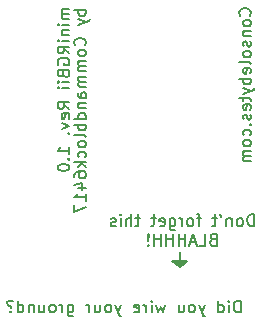
<source format=gbr>
G04 #@! TF.GenerationSoftware,KiCad,Pcbnew,(5.1.5-0-10_14)*
G04 #@! TF.CreationDate,2020-07-09T21:36:47+03:00*
G04 #@! TF.ProjectId,miniRGBii,6d696e69-5247-4426-9969-2e6b69636164,rev?*
G04 #@! TF.SameCoordinates,Original*
G04 #@! TF.FileFunction,Legend,Bot*
G04 #@! TF.FilePolarity,Positive*
%FSLAX46Y46*%
G04 Gerber Fmt 4.6, Leading zero omitted, Abs format (unit mm)*
G04 Created by KiCad (PCBNEW (5.1.5-0-10_14)) date 2020-07-09 21:36:47*
%MOMM*%
%LPD*%
G04 APERTURE LIST*
%ADD10C,0.150000*%
%ADD11C,0.100000*%
G04 APERTURE END LIST*
D10*
X23065619Y-19312380D02*
X23065619Y-18312380D01*
X22827523Y-18312380D01*
X22684666Y-18360000D01*
X22589428Y-18455238D01*
X22541809Y-18550476D01*
X22494190Y-18740952D01*
X22494190Y-18883809D01*
X22541809Y-19074285D01*
X22589428Y-19169523D01*
X22684666Y-19264761D01*
X22827523Y-19312380D01*
X23065619Y-19312380D01*
X21922761Y-19312380D02*
X22018000Y-19264761D01*
X22065619Y-19217142D01*
X22113238Y-19121904D01*
X22113238Y-18836190D01*
X22065619Y-18740952D01*
X22018000Y-18693333D01*
X21922761Y-18645714D01*
X21779904Y-18645714D01*
X21684666Y-18693333D01*
X21637047Y-18740952D01*
X21589428Y-18836190D01*
X21589428Y-19121904D01*
X21637047Y-19217142D01*
X21684666Y-19264761D01*
X21779904Y-19312380D01*
X21922761Y-19312380D01*
X21160857Y-18645714D02*
X21160857Y-19312380D01*
X21160857Y-18740952D02*
X21113238Y-18693333D01*
X21018000Y-18645714D01*
X20875142Y-18645714D01*
X20779904Y-18693333D01*
X20732285Y-18788571D01*
X20732285Y-19312380D01*
X20208476Y-18312380D02*
X20208476Y-18360000D01*
X20256095Y-18455238D01*
X20303714Y-18502857D01*
X19922761Y-18645714D02*
X19541809Y-18645714D01*
X19779904Y-18312380D02*
X19779904Y-19169523D01*
X19732285Y-19264761D01*
X19637047Y-19312380D01*
X19541809Y-19312380D01*
X18589428Y-18645714D02*
X18208476Y-18645714D01*
X18446571Y-19312380D02*
X18446571Y-18455238D01*
X18398952Y-18360000D01*
X18303714Y-18312380D01*
X18208476Y-18312380D01*
X17732285Y-19312380D02*
X17827523Y-19264761D01*
X17875142Y-19217142D01*
X17922761Y-19121904D01*
X17922761Y-18836190D01*
X17875142Y-18740952D01*
X17827523Y-18693333D01*
X17732285Y-18645714D01*
X17589428Y-18645714D01*
X17494190Y-18693333D01*
X17446571Y-18740952D01*
X17398952Y-18836190D01*
X17398952Y-19121904D01*
X17446571Y-19217142D01*
X17494190Y-19264761D01*
X17589428Y-19312380D01*
X17732285Y-19312380D01*
X16970380Y-19312380D02*
X16970380Y-18645714D01*
X16970380Y-18836190D02*
X16922761Y-18740952D01*
X16875142Y-18693333D01*
X16779904Y-18645714D01*
X16684666Y-18645714D01*
X15922761Y-18645714D02*
X15922761Y-19455238D01*
X15970380Y-19550476D01*
X16018000Y-19598095D01*
X16113238Y-19645714D01*
X16256095Y-19645714D01*
X16351333Y-19598095D01*
X15922761Y-19264761D02*
X16018000Y-19312380D01*
X16208476Y-19312380D01*
X16303714Y-19264761D01*
X16351333Y-19217142D01*
X16398952Y-19121904D01*
X16398952Y-18836190D01*
X16351333Y-18740952D01*
X16303714Y-18693333D01*
X16208476Y-18645714D01*
X16018000Y-18645714D01*
X15922761Y-18693333D01*
X15065619Y-19264761D02*
X15160857Y-19312380D01*
X15351333Y-19312380D01*
X15446571Y-19264761D01*
X15494190Y-19169523D01*
X15494190Y-18788571D01*
X15446571Y-18693333D01*
X15351333Y-18645714D01*
X15160857Y-18645714D01*
X15065619Y-18693333D01*
X15018000Y-18788571D01*
X15018000Y-18883809D01*
X15494190Y-18979047D01*
X14732285Y-18645714D02*
X14351333Y-18645714D01*
X14589428Y-18312380D02*
X14589428Y-19169523D01*
X14541809Y-19264761D01*
X14446571Y-19312380D01*
X14351333Y-19312380D01*
X13398952Y-18645714D02*
X13018000Y-18645714D01*
X13256095Y-18312380D02*
X13256095Y-19169523D01*
X13208476Y-19264761D01*
X13113238Y-19312380D01*
X13018000Y-19312380D01*
X12684666Y-19312380D02*
X12684666Y-18312380D01*
X12256095Y-19312380D02*
X12256095Y-18788571D01*
X12303714Y-18693333D01*
X12398952Y-18645714D01*
X12541809Y-18645714D01*
X12637047Y-18693333D01*
X12684666Y-18740952D01*
X11779904Y-19312380D02*
X11779904Y-18645714D01*
X11779904Y-18312380D02*
X11827523Y-18360000D01*
X11779904Y-18407619D01*
X11732285Y-18360000D01*
X11779904Y-18312380D01*
X11779904Y-18407619D01*
X11351333Y-19264761D02*
X11256095Y-19312380D01*
X11065619Y-19312380D01*
X10970380Y-19264761D01*
X10922761Y-19169523D01*
X10922761Y-19121904D01*
X10970380Y-19026666D01*
X11065619Y-18979047D01*
X11208476Y-18979047D01*
X11303714Y-18931428D01*
X11351333Y-18836190D01*
X11351333Y-18788571D01*
X11303714Y-18693333D01*
X11208476Y-18645714D01*
X11065619Y-18645714D01*
X10970380Y-18693333D01*
X19589428Y-20438571D02*
X19446571Y-20486190D01*
X19398952Y-20533809D01*
X19351333Y-20629047D01*
X19351333Y-20771904D01*
X19398952Y-20867142D01*
X19446571Y-20914761D01*
X19541809Y-20962380D01*
X19922761Y-20962380D01*
X19922761Y-19962380D01*
X19589428Y-19962380D01*
X19494190Y-20010000D01*
X19446571Y-20057619D01*
X19398952Y-20152857D01*
X19398952Y-20248095D01*
X19446571Y-20343333D01*
X19494190Y-20390952D01*
X19589428Y-20438571D01*
X19922761Y-20438571D01*
X18446571Y-20962380D02*
X18922761Y-20962380D01*
X18922761Y-19962380D01*
X18160857Y-20676666D02*
X17684666Y-20676666D01*
X18256095Y-20962380D02*
X17922761Y-19962380D01*
X17589428Y-20962380D01*
X17256095Y-20962380D02*
X17256095Y-19962380D01*
X17256095Y-20438571D02*
X16684666Y-20438571D01*
X16684666Y-20962380D02*
X16684666Y-19962380D01*
X16208476Y-20962380D02*
X16208476Y-19962380D01*
X16208476Y-20438571D02*
X15637047Y-20438571D01*
X15637047Y-20962380D02*
X15637047Y-19962380D01*
X15160857Y-20962380D02*
X15160857Y-19962380D01*
X15160857Y-20438571D02*
X14589428Y-20438571D01*
X14589428Y-20962380D02*
X14589428Y-19962380D01*
X14113238Y-20867142D02*
X14065619Y-20914761D01*
X14113238Y-20962380D01*
X14160857Y-20914761D01*
X14113238Y-20867142D01*
X14113238Y-20962380D01*
X14113238Y-20581428D02*
X14160857Y-20010000D01*
X14113238Y-19962380D01*
X14065619Y-20010000D01*
X14113238Y-20581428D01*
X14113238Y-19962380D01*
D11*
G36*
X16764000Y-22733000D02*
G01*
X16764000Y-22225000D01*
X17399000Y-22225000D01*
X16764000Y-22733000D01*
G37*
X16764000Y-22733000D02*
X16764000Y-22225000D01*
X17399000Y-22225000D01*
X16764000Y-22733000D01*
G36*
X16764000Y-22733000D02*
G01*
X16129000Y-22225000D01*
X16764000Y-22225000D01*
X16764000Y-22733000D01*
G37*
X16764000Y-22733000D02*
X16129000Y-22225000D01*
X16764000Y-22225000D01*
X16764000Y-22733000D01*
D10*
X16129000Y-22225000D02*
X16764000Y-22733000D01*
X17399000Y-22225000D02*
X16129000Y-22225000D01*
X16764000Y-22733000D02*
X17399000Y-22225000D01*
X16764000Y-21463000D02*
X16764000Y-22733000D01*
X22709142Y-1485047D02*
X22756761Y-1437428D01*
X22804380Y-1294571D01*
X22804380Y-1199333D01*
X22756761Y-1056476D01*
X22661523Y-961238D01*
X22566285Y-913619D01*
X22375809Y-866000D01*
X22232952Y-866000D01*
X22042476Y-913619D01*
X21947238Y-961238D01*
X21852000Y-1056476D01*
X21804380Y-1199333D01*
X21804380Y-1294571D01*
X21852000Y-1437428D01*
X21899619Y-1485047D01*
X22804380Y-2056476D02*
X22756761Y-1961238D01*
X22709142Y-1913619D01*
X22613904Y-1866000D01*
X22328190Y-1866000D01*
X22232952Y-1913619D01*
X22185333Y-1961238D01*
X22137714Y-2056476D01*
X22137714Y-2199333D01*
X22185333Y-2294571D01*
X22232952Y-2342190D01*
X22328190Y-2389809D01*
X22613904Y-2389809D01*
X22709142Y-2342190D01*
X22756761Y-2294571D01*
X22804380Y-2199333D01*
X22804380Y-2056476D01*
X22137714Y-2818380D02*
X22804380Y-2818380D01*
X22232952Y-2818380D02*
X22185333Y-2866000D01*
X22137714Y-2961238D01*
X22137714Y-3104095D01*
X22185333Y-3199333D01*
X22280571Y-3246952D01*
X22804380Y-3246952D01*
X22756761Y-3675523D02*
X22804380Y-3770761D01*
X22804380Y-3961238D01*
X22756761Y-4056476D01*
X22661523Y-4104095D01*
X22613904Y-4104095D01*
X22518666Y-4056476D01*
X22471047Y-3961238D01*
X22471047Y-3818380D01*
X22423428Y-3723142D01*
X22328190Y-3675523D01*
X22280571Y-3675523D01*
X22185333Y-3723142D01*
X22137714Y-3818380D01*
X22137714Y-3961238D01*
X22185333Y-4056476D01*
X22804380Y-4675523D02*
X22756761Y-4580285D01*
X22709142Y-4532666D01*
X22613904Y-4485047D01*
X22328190Y-4485047D01*
X22232952Y-4532666D01*
X22185333Y-4580285D01*
X22137714Y-4675523D01*
X22137714Y-4818380D01*
X22185333Y-4913619D01*
X22232952Y-4961238D01*
X22328190Y-5008857D01*
X22613904Y-5008857D01*
X22709142Y-4961238D01*
X22756761Y-4913619D01*
X22804380Y-4818380D01*
X22804380Y-4675523D01*
X22804380Y-5580285D02*
X22756761Y-5485047D01*
X22661523Y-5437428D01*
X21804380Y-5437428D01*
X22756761Y-6342190D02*
X22804380Y-6246952D01*
X22804380Y-6056476D01*
X22756761Y-5961238D01*
X22661523Y-5913619D01*
X22280571Y-5913619D01*
X22185333Y-5961238D01*
X22137714Y-6056476D01*
X22137714Y-6246952D01*
X22185333Y-6342190D01*
X22280571Y-6389809D01*
X22375809Y-6389809D01*
X22471047Y-5913619D01*
X22804380Y-6818380D02*
X21804380Y-6818380D01*
X22185333Y-6818380D02*
X22137714Y-6913619D01*
X22137714Y-7104095D01*
X22185333Y-7199333D01*
X22232952Y-7246952D01*
X22328190Y-7294571D01*
X22613904Y-7294571D01*
X22709142Y-7246952D01*
X22756761Y-7199333D01*
X22804380Y-7104095D01*
X22804380Y-6913619D01*
X22756761Y-6818380D01*
X22137714Y-7627904D02*
X22804380Y-7866000D01*
X22137714Y-8104095D02*
X22804380Y-7866000D01*
X23042476Y-7770761D01*
X23090095Y-7723142D01*
X23137714Y-7627904D01*
X22137714Y-8342190D02*
X22137714Y-8723142D01*
X21804380Y-8485047D02*
X22661523Y-8485047D01*
X22756761Y-8532666D01*
X22804380Y-8627904D01*
X22804380Y-8723142D01*
X22756761Y-9437428D02*
X22804380Y-9342190D01*
X22804380Y-9151714D01*
X22756761Y-9056476D01*
X22661523Y-9008857D01*
X22280571Y-9008857D01*
X22185333Y-9056476D01*
X22137714Y-9151714D01*
X22137714Y-9342190D01*
X22185333Y-9437428D01*
X22280571Y-9485047D01*
X22375809Y-9485047D01*
X22471047Y-9008857D01*
X22756761Y-9866000D02*
X22804380Y-9961238D01*
X22804380Y-10151714D01*
X22756761Y-10246952D01*
X22661523Y-10294571D01*
X22613904Y-10294571D01*
X22518666Y-10246952D01*
X22471047Y-10151714D01*
X22471047Y-10008857D01*
X22423428Y-9913619D01*
X22328190Y-9866000D01*
X22280571Y-9866000D01*
X22185333Y-9913619D01*
X22137714Y-10008857D01*
X22137714Y-10151714D01*
X22185333Y-10246952D01*
X22709142Y-10723142D02*
X22756761Y-10770761D01*
X22804380Y-10723142D01*
X22756761Y-10675523D01*
X22709142Y-10723142D01*
X22804380Y-10723142D01*
X22756761Y-11627904D02*
X22804380Y-11532666D01*
X22804380Y-11342190D01*
X22756761Y-11246952D01*
X22709142Y-11199333D01*
X22613904Y-11151714D01*
X22328190Y-11151714D01*
X22232952Y-11199333D01*
X22185333Y-11246952D01*
X22137714Y-11342190D01*
X22137714Y-11532666D01*
X22185333Y-11627904D01*
X22804380Y-12199333D02*
X22756761Y-12104095D01*
X22709142Y-12056476D01*
X22613904Y-12008857D01*
X22328190Y-12008857D01*
X22232952Y-12056476D01*
X22185333Y-12104095D01*
X22137714Y-12199333D01*
X22137714Y-12342190D01*
X22185333Y-12437428D01*
X22232952Y-12485047D01*
X22328190Y-12532666D01*
X22613904Y-12532666D01*
X22709142Y-12485047D01*
X22756761Y-12437428D01*
X22804380Y-12342190D01*
X22804380Y-12199333D01*
X22804380Y-12961238D02*
X22137714Y-12961238D01*
X22232952Y-12961238D02*
X22185333Y-13008857D01*
X22137714Y-13104095D01*
X22137714Y-13246952D01*
X22185333Y-13342190D01*
X22280571Y-13389809D01*
X22804380Y-13389809D01*
X22280571Y-13389809D02*
X22185333Y-13437428D01*
X22137714Y-13532666D01*
X22137714Y-13675523D01*
X22185333Y-13770761D01*
X22280571Y-13818380D01*
X22804380Y-13818380D01*
X21922142Y-26614380D02*
X21922142Y-25614380D01*
X21684047Y-25614380D01*
X21541190Y-25662000D01*
X21445952Y-25757238D01*
X21398333Y-25852476D01*
X21350714Y-26042952D01*
X21350714Y-26185809D01*
X21398333Y-26376285D01*
X21445952Y-26471523D01*
X21541190Y-26566761D01*
X21684047Y-26614380D01*
X21922142Y-26614380D01*
X20922142Y-26614380D02*
X20922142Y-25947714D01*
X20922142Y-25614380D02*
X20969761Y-25662000D01*
X20922142Y-25709619D01*
X20874523Y-25662000D01*
X20922142Y-25614380D01*
X20922142Y-25709619D01*
X20017380Y-26614380D02*
X20017380Y-25614380D01*
X20017380Y-26566761D02*
X20112619Y-26614380D01*
X20303095Y-26614380D01*
X20398333Y-26566761D01*
X20445952Y-26519142D01*
X20493571Y-26423904D01*
X20493571Y-26138190D01*
X20445952Y-26042952D01*
X20398333Y-25995333D01*
X20303095Y-25947714D01*
X20112619Y-25947714D01*
X20017380Y-25995333D01*
X18874523Y-25947714D02*
X18636428Y-26614380D01*
X18398333Y-25947714D02*
X18636428Y-26614380D01*
X18731666Y-26852476D01*
X18779285Y-26900095D01*
X18874523Y-26947714D01*
X17874523Y-26614380D02*
X17969761Y-26566761D01*
X18017380Y-26519142D01*
X18065000Y-26423904D01*
X18065000Y-26138190D01*
X18017380Y-26042952D01*
X17969761Y-25995333D01*
X17874523Y-25947714D01*
X17731666Y-25947714D01*
X17636428Y-25995333D01*
X17588809Y-26042952D01*
X17541190Y-26138190D01*
X17541190Y-26423904D01*
X17588809Y-26519142D01*
X17636428Y-26566761D01*
X17731666Y-26614380D01*
X17874523Y-26614380D01*
X16684047Y-25947714D02*
X16684047Y-26614380D01*
X17112619Y-25947714D02*
X17112619Y-26471523D01*
X17065000Y-26566761D01*
X16969761Y-26614380D01*
X16826904Y-26614380D01*
X16731666Y-26566761D01*
X16684047Y-26519142D01*
X15541190Y-25947714D02*
X15350714Y-26614380D01*
X15160238Y-26138190D01*
X14969761Y-26614380D01*
X14779285Y-25947714D01*
X14398333Y-26614380D02*
X14398333Y-25947714D01*
X14398333Y-25614380D02*
X14445952Y-25662000D01*
X14398333Y-25709619D01*
X14350714Y-25662000D01*
X14398333Y-25614380D01*
X14398333Y-25709619D01*
X13922142Y-26614380D02*
X13922142Y-25947714D01*
X13922142Y-26138190D02*
X13874523Y-26042952D01*
X13826904Y-25995333D01*
X13731666Y-25947714D01*
X13636428Y-25947714D01*
X12922142Y-26566761D02*
X13017380Y-26614380D01*
X13207857Y-26614380D01*
X13303095Y-26566761D01*
X13350714Y-26471523D01*
X13350714Y-26090571D01*
X13303095Y-25995333D01*
X13207857Y-25947714D01*
X13017380Y-25947714D01*
X12922142Y-25995333D01*
X12874523Y-26090571D01*
X12874523Y-26185809D01*
X13350714Y-26281047D01*
X11779285Y-25947714D02*
X11541190Y-26614380D01*
X11303095Y-25947714D02*
X11541190Y-26614380D01*
X11636428Y-26852476D01*
X11684047Y-26900095D01*
X11779285Y-26947714D01*
X10779285Y-26614380D02*
X10874523Y-26566761D01*
X10922142Y-26519142D01*
X10969761Y-26423904D01*
X10969761Y-26138190D01*
X10922142Y-26042952D01*
X10874523Y-25995333D01*
X10779285Y-25947714D01*
X10636428Y-25947714D01*
X10541190Y-25995333D01*
X10493571Y-26042952D01*
X10445952Y-26138190D01*
X10445952Y-26423904D01*
X10493571Y-26519142D01*
X10541190Y-26566761D01*
X10636428Y-26614380D01*
X10779285Y-26614380D01*
X9588809Y-25947714D02*
X9588809Y-26614380D01*
X10017380Y-25947714D02*
X10017380Y-26471523D01*
X9969761Y-26566761D01*
X9874523Y-26614380D01*
X9731666Y-26614380D01*
X9636428Y-26566761D01*
X9588809Y-26519142D01*
X9112619Y-26614380D02*
X9112619Y-25947714D01*
X9112619Y-26138190D02*
X9065000Y-26042952D01*
X9017380Y-25995333D01*
X8922142Y-25947714D01*
X8826904Y-25947714D01*
X7303095Y-25947714D02*
X7303095Y-26757238D01*
X7350714Y-26852476D01*
X7398333Y-26900095D01*
X7493571Y-26947714D01*
X7636428Y-26947714D01*
X7731666Y-26900095D01*
X7303095Y-26566761D02*
X7398333Y-26614380D01*
X7588809Y-26614380D01*
X7684047Y-26566761D01*
X7731666Y-26519142D01*
X7779285Y-26423904D01*
X7779285Y-26138190D01*
X7731666Y-26042952D01*
X7684047Y-25995333D01*
X7588809Y-25947714D01*
X7398333Y-25947714D01*
X7303095Y-25995333D01*
X6826904Y-26614380D02*
X6826904Y-25947714D01*
X6826904Y-26138190D02*
X6779285Y-26042952D01*
X6731666Y-25995333D01*
X6636428Y-25947714D01*
X6541190Y-25947714D01*
X6065000Y-26614380D02*
X6160238Y-26566761D01*
X6207857Y-26519142D01*
X6255476Y-26423904D01*
X6255476Y-26138190D01*
X6207857Y-26042952D01*
X6160238Y-25995333D01*
X6065000Y-25947714D01*
X5922142Y-25947714D01*
X5826904Y-25995333D01*
X5779285Y-26042952D01*
X5731666Y-26138190D01*
X5731666Y-26423904D01*
X5779285Y-26519142D01*
X5826904Y-26566761D01*
X5922142Y-26614380D01*
X6065000Y-26614380D01*
X4874523Y-25947714D02*
X4874523Y-26614380D01*
X5303095Y-25947714D02*
X5303095Y-26471523D01*
X5255476Y-26566761D01*
X5160238Y-26614380D01*
X5017380Y-26614380D01*
X4922142Y-26566761D01*
X4874523Y-26519142D01*
X4398333Y-25947714D02*
X4398333Y-26614380D01*
X4398333Y-26042952D02*
X4350714Y-25995333D01*
X4255476Y-25947714D01*
X4112619Y-25947714D01*
X4017380Y-25995333D01*
X3969761Y-26090571D01*
X3969761Y-26614380D01*
X3065000Y-26614380D02*
X3065000Y-25614380D01*
X3065000Y-26566761D02*
X3160238Y-26614380D01*
X3350714Y-26614380D01*
X3445952Y-26566761D01*
X3493571Y-26519142D01*
X3541190Y-26423904D01*
X3541190Y-26138190D01*
X3493571Y-26042952D01*
X3445952Y-25995333D01*
X3350714Y-25947714D01*
X3160238Y-25947714D01*
X3065000Y-25995333D01*
X2445952Y-26519142D02*
X2398333Y-26566761D01*
X2445952Y-26614380D01*
X2493571Y-26566761D01*
X2445952Y-26519142D01*
X2445952Y-26614380D01*
X2636428Y-25662000D02*
X2541190Y-25614380D01*
X2303095Y-25614380D01*
X2207857Y-25662000D01*
X2160238Y-25757238D01*
X2160238Y-25852476D01*
X2207857Y-25947714D01*
X2255476Y-25995333D01*
X2350714Y-26042952D01*
X2398333Y-26090571D01*
X2445952Y-26185809D01*
X2445952Y-26233428D01*
X7437380Y-913619D02*
X6770714Y-913619D01*
X6865952Y-913619D02*
X6818333Y-961238D01*
X6770714Y-1056476D01*
X6770714Y-1199333D01*
X6818333Y-1294571D01*
X6913571Y-1342190D01*
X7437380Y-1342190D01*
X6913571Y-1342190D02*
X6818333Y-1389809D01*
X6770714Y-1485047D01*
X6770714Y-1627904D01*
X6818333Y-1723142D01*
X6913571Y-1770761D01*
X7437380Y-1770761D01*
X7437380Y-2246952D02*
X6770714Y-2246952D01*
X6437380Y-2246952D02*
X6485000Y-2199333D01*
X6532619Y-2246952D01*
X6485000Y-2294571D01*
X6437380Y-2246952D01*
X6532619Y-2246952D01*
X6770714Y-2723142D02*
X7437380Y-2723142D01*
X6865952Y-2723142D02*
X6818333Y-2770761D01*
X6770714Y-2866000D01*
X6770714Y-3008857D01*
X6818333Y-3104095D01*
X6913571Y-3151714D01*
X7437380Y-3151714D01*
X7437380Y-3627904D02*
X6770714Y-3627904D01*
X6437380Y-3627904D02*
X6485000Y-3580285D01*
X6532619Y-3627904D01*
X6485000Y-3675523D01*
X6437380Y-3627904D01*
X6532619Y-3627904D01*
X7437380Y-4675523D02*
X6961190Y-4342190D01*
X7437380Y-4104095D02*
X6437380Y-4104095D01*
X6437380Y-4485047D01*
X6485000Y-4580285D01*
X6532619Y-4627904D01*
X6627857Y-4675523D01*
X6770714Y-4675523D01*
X6865952Y-4627904D01*
X6913571Y-4580285D01*
X6961190Y-4485047D01*
X6961190Y-4104095D01*
X6485000Y-5627904D02*
X6437380Y-5532666D01*
X6437380Y-5389809D01*
X6485000Y-5246952D01*
X6580238Y-5151714D01*
X6675476Y-5104095D01*
X6865952Y-5056476D01*
X7008809Y-5056476D01*
X7199285Y-5104095D01*
X7294523Y-5151714D01*
X7389761Y-5246952D01*
X7437380Y-5389809D01*
X7437380Y-5485047D01*
X7389761Y-5627904D01*
X7342142Y-5675523D01*
X7008809Y-5675523D01*
X7008809Y-5485047D01*
X6913571Y-6437428D02*
X6961190Y-6580285D01*
X7008809Y-6627904D01*
X7104047Y-6675523D01*
X7246904Y-6675523D01*
X7342142Y-6627904D01*
X7389761Y-6580285D01*
X7437380Y-6485047D01*
X7437380Y-6104095D01*
X6437380Y-6104095D01*
X6437380Y-6437428D01*
X6485000Y-6532666D01*
X6532619Y-6580285D01*
X6627857Y-6627904D01*
X6723095Y-6627904D01*
X6818333Y-6580285D01*
X6865952Y-6532666D01*
X6913571Y-6437428D01*
X6913571Y-6104095D01*
X7437380Y-7104095D02*
X6770714Y-7104095D01*
X6437380Y-7104095D02*
X6485000Y-7056476D01*
X6532619Y-7104095D01*
X6485000Y-7151714D01*
X6437380Y-7104095D01*
X6532619Y-7104095D01*
X7437380Y-7580285D02*
X6770714Y-7580285D01*
X6437380Y-7580285D02*
X6485000Y-7532666D01*
X6532619Y-7580285D01*
X6485000Y-7627904D01*
X6437380Y-7580285D01*
X6532619Y-7580285D01*
X7437380Y-9389809D02*
X6961190Y-9056476D01*
X7437380Y-8818380D02*
X6437380Y-8818380D01*
X6437380Y-9199333D01*
X6485000Y-9294571D01*
X6532619Y-9342190D01*
X6627857Y-9389809D01*
X6770714Y-9389809D01*
X6865952Y-9342190D01*
X6913571Y-9294571D01*
X6961190Y-9199333D01*
X6961190Y-8818380D01*
X7389761Y-10199333D02*
X7437380Y-10104095D01*
X7437380Y-9913619D01*
X7389761Y-9818380D01*
X7294523Y-9770761D01*
X6913571Y-9770761D01*
X6818333Y-9818380D01*
X6770714Y-9913619D01*
X6770714Y-10104095D01*
X6818333Y-10199333D01*
X6913571Y-10246952D01*
X7008809Y-10246952D01*
X7104047Y-9770761D01*
X6770714Y-10580285D02*
X7437380Y-10818380D01*
X6770714Y-11056476D01*
X7342142Y-11437428D02*
X7389761Y-11485047D01*
X7437380Y-11437428D01*
X7389761Y-11389809D01*
X7342142Y-11437428D01*
X7437380Y-11437428D01*
X7437380Y-13199333D02*
X7437380Y-12627904D01*
X7437380Y-12913619D02*
X6437380Y-12913619D01*
X6580238Y-12818380D01*
X6675476Y-12723142D01*
X6723095Y-12627904D01*
X7342142Y-13627904D02*
X7389761Y-13675523D01*
X7437380Y-13627904D01*
X7389761Y-13580285D01*
X7342142Y-13627904D01*
X7437380Y-13627904D01*
X6437380Y-14294571D02*
X6437380Y-14389809D01*
X6485000Y-14485047D01*
X6532619Y-14532666D01*
X6627857Y-14580285D01*
X6818333Y-14627904D01*
X7056428Y-14627904D01*
X7246904Y-14580285D01*
X7342142Y-14532666D01*
X7389761Y-14485047D01*
X7437380Y-14389809D01*
X7437380Y-14294571D01*
X7389761Y-14199333D01*
X7342142Y-14151714D01*
X7246904Y-14104095D01*
X7056428Y-14056476D01*
X6818333Y-14056476D01*
X6627857Y-14104095D01*
X6532619Y-14151714D01*
X6485000Y-14199333D01*
X6437380Y-14294571D01*
X8834380Y-1001142D02*
X7834380Y-1001142D01*
X8215333Y-1001142D02*
X8167714Y-1096380D01*
X8167714Y-1286857D01*
X8215333Y-1382095D01*
X8262952Y-1429714D01*
X8358190Y-1477333D01*
X8643904Y-1477333D01*
X8739142Y-1429714D01*
X8786761Y-1382095D01*
X8834380Y-1286857D01*
X8834380Y-1096380D01*
X8786761Y-1001142D01*
X8167714Y-1810666D02*
X8834380Y-2048761D01*
X8167714Y-2286857D02*
X8834380Y-2048761D01*
X9072476Y-1953523D01*
X9120095Y-1905904D01*
X9167714Y-1810666D01*
X8739142Y-4001142D02*
X8786761Y-3953523D01*
X8834380Y-3810666D01*
X8834380Y-3715428D01*
X8786761Y-3572571D01*
X8691523Y-3477333D01*
X8596285Y-3429714D01*
X8405809Y-3382095D01*
X8262952Y-3382095D01*
X8072476Y-3429714D01*
X7977238Y-3477333D01*
X7882000Y-3572571D01*
X7834380Y-3715428D01*
X7834380Y-3810666D01*
X7882000Y-3953523D01*
X7929619Y-4001142D01*
X8834380Y-4572571D02*
X8786761Y-4477333D01*
X8739142Y-4429714D01*
X8643904Y-4382095D01*
X8358190Y-4382095D01*
X8262952Y-4429714D01*
X8215333Y-4477333D01*
X8167714Y-4572571D01*
X8167714Y-4715428D01*
X8215333Y-4810666D01*
X8262952Y-4858285D01*
X8358190Y-4905904D01*
X8643904Y-4905904D01*
X8739142Y-4858285D01*
X8786761Y-4810666D01*
X8834380Y-4715428D01*
X8834380Y-4572571D01*
X8834380Y-5334476D02*
X8167714Y-5334476D01*
X8262952Y-5334476D02*
X8215333Y-5382095D01*
X8167714Y-5477333D01*
X8167714Y-5620190D01*
X8215333Y-5715428D01*
X8310571Y-5763047D01*
X8834380Y-5763047D01*
X8310571Y-5763047D02*
X8215333Y-5810666D01*
X8167714Y-5905904D01*
X8167714Y-6048761D01*
X8215333Y-6143999D01*
X8310571Y-6191619D01*
X8834380Y-6191619D01*
X8834380Y-6667809D02*
X8167714Y-6667809D01*
X8262952Y-6667809D02*
X8215333Y-6715428D01*
X8167714Y-6810666D01*
X8167714Y-6953523D01*
X8215333Y-7048761D01*
X8310571Y-7096380D01*
X8834380Y-7096380D01*
X8310571Y-7096380D02*
X8215333Y-7143999D01*
X8167714Y-7239238D01*
X8167714Y-7382095D01*
X8215333Y-7477333D01*
X8310571Y-7524952D01*
X8834380Y-7524952D01*
X8834380Y-8429714D02*
X8310571Y-8429714D01*
X8215333Y-8382095D01*
X8167714Y-8286857D01*
X8167714Y-8096380D01*
X8215333Y-8001142D01*
X8786761Y-8429714D02*
X8834380Y-8334476D01*
X8834380Y-8096380D01*
X8786761Y-8001142D01*
X8691523Y-7953523D01*
X8596285Y-7953523D01*
X8501047Y-8001142D01*
X8453428Y-8096380D01*
X8453428Y-8334476D01*
X8405809Y-8429714D01*
X8167714Y-8905904D02*
X8834380Y-8905904D01*
X8262952Y-8905904D02*
X8215333Y-8953523D01*
X8167714Y-9048761D01*
X8167714Y-9191619D01*
X8215333Y-9286857D01*
X8310571Y-9334476D01*
X8834380Y-9334476D01*
X8834380Y-10239238D02*
X7834380Y-10239238D01*
X8786761Y-10239238D02*
X8834380Y-10143999D01*
X8834380Y-9953523D01*
X8786761Y-9858285D01*
X8739142Y-9810666D01*
X8643904Y-9763047D01*
X8358190Y-9763047D01*
X8262952Y-9810666D01*
X8215333Y-9858285D01*
X8167714Y-9953523D01*
X8167714Y-10143999D01*
X8215333Y-10239238D01*
X8834380Y-10715428D02*
X7834380Y-10715428D01*
X8215333Y-10715428D02*
X8167714Y-10810666D01*
X8167714Y-11001142D01*
X8215333Y-11096380D01*
X8262952Y-11144000D01*
X8358190Y-11191619D01*
X8643904Y-11191619D01*
X8739142Y-11144000D01*
X8786761Y-11096380D01*
X8834380Y-11001142D01*
X8834380Y-10810666D01*
X8786761Y-10715428D01*
X8834380Y-11763047D02*
X8786761Y-11667809D01*
X8691523Y-11620190D01*
X7834380Y-11620190D01*
X8834380Y-12286857D02*
X8786761Y-12191619D01*
X8739142Y-12143999D01*
X8643904Y-12096380D01*
X8358190Y-12096380D01*
X8262952Y-12143999D01*
X8215333Y-12191619D01*
X8167714Y-12286857D01*
X8167714Y-12429714D01*
X8215333Y-12524952D01*
X8262952Y-12572571D01*
X8358190Y-12620190D01*
X8643904Y-12620190D01*
X8739142Y-12572571D01*
X8786761Y-12524952D01*
X8834380Y-12429714D01*
X8834380Y-12286857D01*
X8786761Y-13477333D02*
X8834380Y-13382095D01*
X8834380Y-13191619D01*
X8786761Y-13096380D01*
X8739142Y-13048761D01*
X8643904Y-13001142D01*
X8358190Y-13001142D01*
X8262952Y-13048761D01*
X8215333Y-13096380D01*
X8167714Y-13191619D01*
X8167714Y-13382095D01*
X8215333Y-13477333D01*
X8834380Y-13905904D02*
X7834380Y-13905904D01*
X8453428Y-14001142D02*
X8834380Y-14286857D01*
X8167714Y-14286857D02*
X8548666Y-13905904D01*
X7834380Y-15143999D02*
X7834380Y-14953523D01*
X7882000Y-14858285D01*
X7929619Y-14810666D01*
X8072476Y-14715428D01*
X8262952Y-14667809D01*
X8643904Y-14667809D01*
X8739142Y-14715428D01*
X8786761Y-14763047D01*
X8834380Y-14858285D01*
X8834380Y-15048761D01*
X8786761Y-15143999D01*
X8739142Y-15191619D01*
X8643904Y-15239238D01*
X8405809Y-15239238D01*
X8310571Y-15191619D01*
X8262952Y-15143999D01*
X8215333Y-15048761D01*
X8215333Y-14858285D01*
X8262952Y-14763047D01*
X8310571Y-14715428D01*
X8405809Y-14667809D01*
X8167714Y-16096380D02*
X8834380Y-16096380D01*
X7786761Y-15858285D02*
X8501047Y-15620190D01*
X8501047Y-16239238D01*
X8834380Y-17144000D02*
X8834380Y-16572571D01*
X8834380Y-16858285D02*
X7834380Y-16858285D01*
X7977238Y-16763047D01*
X8072476Y-16667809D01*
X8120095Y-16572571D01*
X7834380Y-17477333D02*
X7834380Y-18144000D01*
X8834380Y-17715428D01*
M02*

</source>
